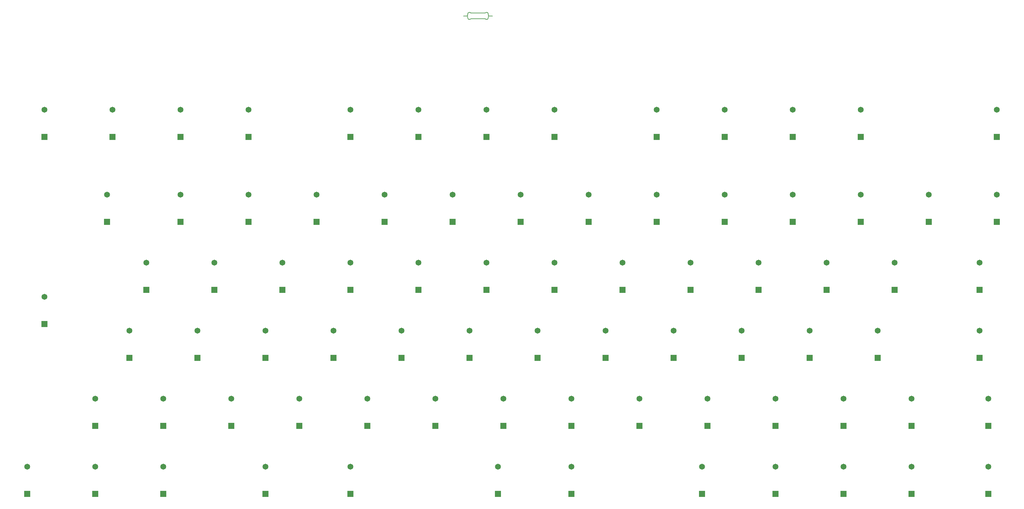
<source format=gbr>
%TF.GenerationSoftware,KiCad,Pcbnew,(6.0.2)*%
%TF.CreationDate,2022-03-06T23:14:38-03:00*%
%TF.ProjectId,BitterDev,42697474-6572-4446-9576-2e6b69636164,V1.1.0*%
%TF.SameCoordinates,Original*%
%TF.FileFunction,Legend,Bot*%
%TF.FilePolarity,Positive*%
%FSLAX46Y46*%
G04 Gerber Fmt 4.6, Leading zero omitted, Abs format (unit mm)*
G04 Created by KiCad (PCBNEW (6.0.2)) date 2022-03-06 23:14:38*
%MOMM*%
%LPD*%
G01*
G04 APERTURE LIST*
%ADD10C,0.150000*%
%ADD11C,1.651000*%
%ADD12R,1.651000X1.651000*%
G04 APERTURE END LIST*
D10*
%TO.C,R1*%
X171256222Y-43149999D02*
X170856222Y-43149999D01*
X171256222Y-41149999D02*
X171456222Y-41349999D01*
X171656222Y-42149999D02*
X171456222Y-42949999D01*
X171456222Y-41349999D02*
X171656222Y-42149999D01*
X165656222Y-42149999D02*
X164556222Y-42149999D01*
X170856222Y-43149999D02*
X170656222Y-42949999D01*
X166456222Y-43149999D02*
X166056222Y-43149999D01*
X171456222Y-42949999D02*
X171256222Y-43149999D01*
X166056222Y-41149999D02*
X166456222Y-41149999D01*
X166656222Y-42949999D02*
X166456222Y-43149999D01*
X166056222Y-43149999D02*
X165856222Y-42949999D01*
X170656222Y-42949999D02*
X166656222Y-42949999D01*
X166656222Y-41349999D02*
X170656222Y-41349999D01*
X165856222Y-42949999D02*
X165656222Y-42149999D01*
X172756222Y-42149999D02*
X171656222Y-42149999D01*
X166456222Y-41149999D02*
X166656222Y-41349999D01*
X170656222Y-41349999D02*
X170856222Y-41149999D01*
X165656222Y-42149999D02*
X165856222Y-41349999D01*
X170856222Y-41149999D02*
X171256222Y-41149999D01*
X165856222Y-41349999D02*
X166056222Y-41149999D01*
%TD*%
D11*
%TO.C,D_6*%
X171037472Y-68427499D03*
D12*
X171037472Y-76047499D03*
%TD*%
D11*
%TO.C,D_71*%
X251999972Y-168439999D03*
D12*
X251999972Y-176059999D03*
%TD*%
D11*
%TO.C,D_58*%
X232949972Y-149389999D03*
D12*
X232949972Y-157009999D03*
%TD*%
D11*
%TO.C,D_52*%
X90074972Y-130339999D03*
D12*
X90074972Y-137959999D03*
%TD*%
D11*
%TO.C,D_23*%
X123412472Y-92239999D03*
D12*
X123412472Y-99859999D03*
%TD*%
D11*
%TO.C,D_40*%
X47212472Y-120814999D03*
D12*
X47212472Y-128434999D03*
%TD*%
D11*
%TO.C,D_1*%
X275812472Y-68427499D03*
D12*
X275812472Y-76047499D03*
%TD*%
D11*
%TO.C,D_42*%
X280574972Y-130339999D03*
D12*
X280574972Y-137959999D03*
%TD*%
D11*
%TO.C,D_10*%
X85312472Y-68427499D03*
D12*
X85312472Y-76047499D03*
%TD*%
D11*
%TO.C,D_5*%
X190087472Y-68427499D03*
D12*
X190087472Y-76047499D03*
%TD*%
D11*
%TO.C,D_17*%
X237712472Y-92239999D03*
D12*
X237712472Y-99859999D03*
%TD*%
D11*
%TO.C,D_35*%
X151987472Y-111289999D03*
D12*
X151987472Y-118909999D03*
%TD*%
D11*
%TO.C,D_65*%
X99599972Y-149389999D03*
D12*
X99599972Y-157009999D03*
%TD*%
D11*
%TO.C,D_29*%
X266287472Y-111289999D03*
D12*
X266287472Y-118909999D03*
%TD*%
D11*
%TO.C,D_62*%
X156749972Y-149389999D03*
D12*
X156749972Y-157009999D03*
%TD*%
D11*
%TO.C,D_14*%
X294862472Y-92239999D03*
D12*
X294862472Y-99859999D03*
%TD*%
D11*
%TO.C,D_47*%
X185324972Y-130339999D03*
D12*
X185324972Y-137959999D03*
%TD*%
D11*
%TO.C,D_54*%
X311531222Y-149389999D03*
D12*
X311531222Y-157009999D03*
%TD*%
D11*
%TO.C,D_2*%
X256762472Y-68427499D03*
D12*
X256762472Y-76047499D03*
%TD*%
D11*
%TO.C,D_68*%
X311531222Y-168439999D03*
D12*
X311531222Y-176059999D03*
%TD*%
D11*
%TO.C,D_30*%
X247237472Y-111289999D03*
D12*
X247237472Y-118909999D03*
%TD*%
D11*
%TO.C,D_36*%
X132937472Y-111289999D03*
D12*
X132937472Y-118909999D03*
%TD*%
D11*
%TO.C,D_19*%
X199612472Y-92239999D03*
D12*
X199612472Y-99859999D03*
%TD*%
D11*
%TO.C,D_70*%
X271049972Y-168439999D03*
D12*
X271049972Y-176059999D03*
%TD*%
D11*
%TO.C,D_75*%
X132937472Y-168439999D03*
D12*
X132937472Y-176059999D03*
%TD*%
D11*
%TO.C,D_11*%
X66262472Y-68427499D03*
D12*
X66262472Y-76047499D03*
%TD*%
D11*
%TO.C,D_46*%
X204374972Y-130339999D03*
D12*
X204374972Y-137959999D03*
%TD*%
D11*
%TO.C,D_16*%
X256762472Y-92239999D03*
D12*
X256762472Y-99859999D03*
%TD*%
D11*
%TO.C,D_77*%
X80549972Y-168439999D03*
D12*
X80549972Y-176059999D03*
%TD*%
D11*
%TO.C,D_69*%
X290099972Y-168439999D03*
D12*
X290099972Y-176059999D03*
%TD*%
D11*
%TO.C,D_50*%
X128174972Y-130339999D03*
D12*
X128174972Y-137959999D03*
%TD*%
D11*
%TO.C,D_78*%
X61499972Y-168439999D03*
D12*
X61499972Y-176059999D03*
%TD*%
D11*
%TO.C,D_32*%
X209137472Y-111289999D03*
D12*
X209137472Y-118909999D03*
%TD*%
D11*
%TO.C,D_59*%
X213899972Y-149389999D03*
D12*
X213899972Y-157009999D03*
%TD*%
D11*
%TO.C,D_53*%
X71024972Y-130339999D03*
D12*
X71024972Y-137959999D03*
%TD*%
D11*
%TO.C,D_41*%
X309149972Y-130339999D03*
D12*
X309149972Y-137959999D03*
%TD*%
D11*
%TO.C,D_49*%
X147224972Y-130339999D03*
D12*
X147224972Y-137959999D03*
%TD*%
D11*
%TO.C,D_20*%
X180562472Y-92239999D03*
D12*
X180562472Y-99859999D03*
%TD*%
D11*
%TO.C,D_24*%
X104362472Y-92239999D03*
D12*
X104362472Y-99859999D03*
%TD*%
D11*
%TO.C,D_18*%
X218662472Y-92239999D03*
D12*
X218662472Y-99859999D03*
%TD*%
D11*
%TO.C,D_37*%
X113887472Y-111289999D03*
D12*
X113887472Y-118909999D03*
%TD*%
D11*
%TO.C,D_9*%
X104362472Y-68427499D03*
D12*
X104362472Y-76047499D03*
%TD*%
D11*
%TO.C,D_57*%
X251999972Y-149389999D03*
D12*
X251999972Y-157009999D03*
%TD*%
D11*
%TO.C,D_27*%
X309149972Y-111289999D03*
D12*
X309149972Y-118909999D03*
%TD*%
D11*
%TO.C,D_7*%
X151987472Y-68427499D03*
D12*
X151987472Y-76047499D03*
%TD*%
D11*
%TO.C,D_38*%
X94837472Y-111289999D03*
D12*
X94837472Y-118909999D03*
%TD*%
D11*
%TO.C,D_31*%
X228187472Y-111289999D03*
D12*
X228187472Y-118909999D03*
%TD*%
D11*
%TO.C,D_34*%
X171037472Y-111289999D03*
D12*
X171037472Y-118909999D03*
%TD*%
D11*
%TO.C,D_72*%
X231424472Y-168439999D03*
D12*
X231424472Y-176059999D03*
%TD*%
D11*
%TO.C,D_43*%
X261524972Y-130339999D03*
D12*
X261524972Y-137959999D03*
%TD*%
D11*
%TO.C,D_12*%
X47212472Y-68427499D03*
D12*
X47212472Y-76047499D03*
%TD*%
D11*
%TO.C,D_63*%
X137699972Y-149389999D03*
D12*
X137699972Y-157009999D03*
%TD*%
D11*
%TO.C,D_21*%
X161512472Y-92239999D03*
D12*
X161512472Y-99859999D03*
%TD*%
D11*
%TO.C,D_48*%
X166274972Y-130339999D03*
D12*
X166274972Y-137959999D03*
%TD*%
D11*
%TO.C,D_61*%
X175799972Y-149389999D03*
D12*
X175799972Y-157009999D03*
%TD*%
D11*
%TO.C,D_26*%
X64737472Y-92239999D03*
D12*
X64737472Y-99859999D03*
%TD*%
D11*
%TO.C,D_0*%
X313912472Y-68427499D03*
D12*
X313912472Y-76047499D03*
%TD*%
D11*
%TO.C,D_74*%
X174274972Y-168439999D03*
D12*
X174274972Y-176059999D03*
%TD*%
D11*
%TO.C,D_64*%
X118649972Y-149389999D03*
D12*
X118649972Y-157009999D03*
%TD*%
D11*
%TO.C,D_56*%
X271049972Y-149389999D03*
D12*
X271049972Y-157009999D03*
%TD*%
D11*
%TO.C,D_67*%
X61499972Y-149389999D03*
D12*
X61499972Y-157009999D03*
%TD*%
D11*
%TO.C,D_44*%
X242474972Y-130339999D03*
D12*
X242474972Y-137959999D03*
%TD*%
D11*
%TO.C,D_60*%
X194849972Y-149389999D03*
D12*
X194849972Y-157009999D03*
%TD*%
D11*
%TO.C,D_15*%
X275812472Y-92239999D03*
D12*
X275812472Y-99859999D03*
%TD*%
D11*
%TO.C,D_45*%
X223424972Y-130339999D03*
D12*
X223424972Y-137959999D03*
%TD*%
D11*
%TO.C,D_33*%
X190087472Y-111289999D03*
D12*
X190087472Y-118909999D03*
%TD*%
D11*
%TO.C,D_51*%
X109124972Y-130339999D03*
D12*
X109124972Y-137959999D03*
%TD*%
D11*
%TO.C,D_55*%
X290099972Y-149389999D03*
D12*
X290099972Y-157009999D03*
%TD*%
D11*
%TO.C,D_25*%
X85312472Y-92239999D03*
D12*
X85312472Y-99859999D03*
%TD*%
D11*
%TO.C,D_66*%
X80549972Y-149389999D03*
D12*
X80549972Y-157009999D03*
%TD*%
D11*
%TO.C,D_73*%
X194849472Y-168439999D03*
D12*
X194849472Y-176059999D03*
%TD*%
D11*
%TO.C,D_22*%
X142462472Y-92239999D03*
D12*
X142462472Y-99859999D03*
%TD*%
D11*
%TO.C,D_8*%
X132937472Y-68427499D03*
D12*
X132937472Y-76047499D03*
%TD*%
D11*
%TO.C,D_3*%
X237712472Y-68427499D03*
D12*
X237712472Y-76047499D03*
%TD*%
D11*
%TO.C,D_39*%
X75787472Y-111289999D03*
D12*
X75787472Y-118909999D03*
%TD*%
D11*
%TO.C,D_4*%
X218662472Y-68427499D03*
D12*
X218662472Y-76047499D03*
%TD*%
D11*
%TO.C,D_79*%
X42449972Y-168439999D03*
D12*
X42449972Y-176059999D03*
%TD*%
D11*
%TO.C,D_28*%
X285337472Y-111289999D03*
D12*
X285337472Y-118909999D03*
%TD*%
D11*
%TO.C,D_13*%
X313912472Y-92239999D03*
D12*
X313912472Y-99859999D03*
%TD*%
D11*
%TO.C,D_76*%
X109124972Y-168439999D03*
D12*
X109124972Y-176059999D03*
%TD*%
M02*

</source>
